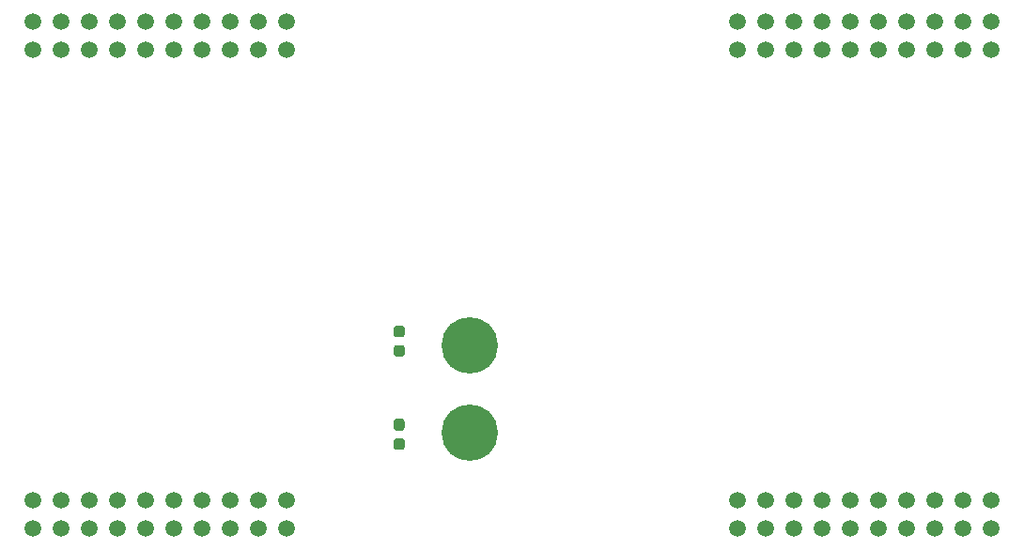
<source format=gbr>
G04 #@! TF.GenerationSoftware,KiCad,Pcbnew,(5.0.2)-1*
G04 #@! TF.CreationDate,2019-03-16T10:07:27-05:00*
G04 #@! TF.ProjectId,ClockingBoard_Hardware,436c6f63-6b69-46e6-9742-6f6172645f48,rev?*
G04 #@! TF.SameCoordinates,Original*
G04 #@! TF.FileFunction,Paste,Top*
G04 #@! TF.FilePolarity,Positive*
%FSLAX46Y46*%
G04 Gerber Fmt 4.6, Leading zero omitted, Abs format (unit mm)*
G04 Created by KiCad (PCBNEW (5.0.2)-1) date 3/16/2019 10:07:27 AM*
%MOMM*%
%LPD*%
G01*
G04 APERTURE LIST*
%ADD10C,0.100000*%
%ADD11C,0.950000*%
%ADD12C,5.080000*%
%ADD13C,1.520000*%
G04 APERTURE END LIST*
D10*
G04 #@! TO.C,C1*
G36*
X70110779Y-30436144D02*
X70133834Y-30439563D01*
X70156443Y-30445227D01*
X70178387Y-30453079D01*
X70199457Y-30463044D01*
X70219448Y-30475026D01*
X70238168Y-30488910D01*
X70255438Y-30504562D01*
X70271090Y-30521832D01*
X70284974Y-30540552D01*
X70296956Y-30560543D01*
X70306921Y-30581613D01*
X70314773Y-30603557D01*
X70320437Y-30626166D01*
X70323856Y-30649221D01*
X70325000Y-30672500D01*
X70325000Y-31247500D01*
X70323856Y-31270779D01*
X70320437Y-31293834D01*
X70314773Y-31316443D01*
X70306921Y-31338387D01*
X70296956Y-31359457D01*
X70284974Y-31379448D01*
X70271090Y-31398168D01*
X70255438Y-31415438D01*
X70238168Y-31431090D01*
X70219448Y-31444974D01*
X70199457Y-31456956D01*
X70178387Y-31466921D01*
X70156443Y-31474773D01*
X70133834Y-31480437D01*
X70110779Y-31483856D01*
X70087500Y-31485000D01*
X69612500Y-31485000D01*
X69589221Y-31483856D01*
X69566166Y-31480437D01*
X69543557Y-31474773D01*
X69521613Y-31466921D01*
X69500543Y-31456956D01*
X69480552Y-31444974D01*
X69461832Y-31431090D01*
X69444562Y-31415438D01*
X69428910Y-31398168D01*
X69415026Y-31379448D01*
X69403044Y-31359457D01*
X69393079Y-31338387D01*
X69385227Y-31316443D01*
X69379563Y-31293834D01*
X69376144Y-31270779D01*
X69375000Y-31247500D01*
X69375000Y-30672500D01*
X69376144Y-30649221D01*
X69379563Y-30626166D01*
X69385227Y-30603557D01*
X69393079Y-30581613D01*
X69403044Y-30560543D01*
X69415026Y-30540552D01*
X69428910Y-30521832D01*
X69444562Y-30504562D01*
X69461832Y-30488910D01*
X69480552Y-30475026D01*
X69500543Y-30463044D01*
X69521613Y-30453079D01*
X69543557Y-30445227D01*
X69566166Y-30439563D01*
X69589221Y-30436144D01*
X69612500Y-30435000D01*
X70087500Y-30435000D01*
X70110779Y-30436144D01*
X70110779Y-30436144D01*
G37*
D11*
X69850000Y-30960000D03*
D10*
G36*
X70110779Y-28686144D02*
X70133834Y-28689563D01*
X70156443Y-28695227D01*
X70178387Y-28703079D01*
X70199457Y-28713044D01*
X70219448Y-28725026D01*
X70238168Y-28738910D01*
X70255438Y-28754562D01*
X70271090Y-28771832D01*
X70284974Y-28790552D01*
X70296956Y-28810543D01*
X70306921Y-28831613D01*
X70314773Y-28853557D01*
X70320437Y-28876166D01*
X70323856Y-28899221D01*
X70325000Y-28922500D01*
X70325000Y-29497500D01*
X70323856Y-29520779D01*
X70320437Y-29543834D01*
X70314773Y-29566443D01*
X70306921Y-29588387D01*
X70296956Y-29609457D01*
X70284974Y-29629448D01*
X70271090Y-29648168D01*
X70255438Y-29665438D01*
X70238168Y-29681090D01*
X70219448Y-29694974D01*
X70199457Y-29706956D01*
X70178387Y-29716921D01*
X70156443Y-29724773D01*
X70133834Y-29730437D01*
X70110779Y-29733856D01*
X70087500Y-29735000D01*
X69612500Y-29735000D01*
X69589221Y-29733856D01*
X69566166Y-29730437D01*
X69543557Y-29724773D01*
X69521613Y-29716921D01*
X69500543Y-29706956D01*
X69480552Y-29694974D01*
X69461832Y-29681090D01*
X69444562Y-29665438D01*
X69428910Y-29648168D01*
X69415026Y-29629448D01*
X69403044Y-29609457D01*
X69393079Y-29588387D01*
X69385227Y-29566443D01*
X69379563Y-29543834D01*
X69376144Y-29520779D01*
X69375000Y-29497500D01*
X69375000Y-28922500D01*
X69376144Y-28899221D01*
X69379563Y-28876166D01*
X69385227Y-28853557D01*
X69393079Y-28831613D01*
X69403044Y-28810543D01*
X69415026Y-28790552D01*
X69428910Y-28771832D01*
X69444562Y-28754562D01*
X69461832Y-28738910D01*
X69480552Y-28725026D01*
X69500543Y-28713044D01*
X69521613Y-28703079D01*
X69543557Y-28695227D01*
X69566166Y-28689563D01*
X69589221Y-28686144D01*
X69612500Y-28685000D01*
X70087500Y-28685000D01*
X70110779Y-28686144D01*
X70110779Y-28686144D01*
G37*
D11*
X69850000Y-29210000D03*
G04 #@! TD*
D10*
G04 #@! TO.C,C2*
G36*
X70110779Y-38846144D02*
X70133834Y-38849563D01*
X70156443Y-38855227D01*
X70178387Y-38863079D01*
X70199457Y-38873044D01*
X70219448Y-38885026D01*
X70238168Y-38898910D01*
X70255438Y-38914562D01*
X70271090Y-38931832D01*
X70284974Y-38950552D01*
X70296956Y-38970543D01*
X70306921Y-38991613D01*
X70314773Y-39013557D01*
X70320437Y-39036166D01*
X70323856Y-39059221D01*
X70325000Y-39082500D01*
X70325000Y-39657500D01*
X70323856Y-39680779D01*
X70320437Y-39703834D01*
X70314773Y-39726443D01*
X70306921Y-39748387D01*
X70296956Y-39769457D01*
X70284974Y-39789448D01*
X70271090Y-39808168D01*
X70255438Y-39825438D01*
X70238168Y-39841090D01*
X70219448Y-39854974D01*
X70199457Y-39866956D01*
X70178387Y-39876921D01*
X70156443Y-39884773D01*
X70133834Y-39890437D01*
X70110779Y-39893856D01*
X70087500Y-39895000D01*
X69612500Y-39895000D01*
X69589221Y-39893856D01*
X69566166Y-39890437D01*
X69543557Y-39884773D01*
X69521613Y-39876921D01*
X69500543Y-39866956D01*
X69480552Y-39854974D01*
X69461832Y-39841090D01*
X69444562Y-39825438D01*
X69428910Y-39808168D01*
X69415026Y-39789448D01*
X69403044Y-39769457D01*
X69393079Y-39748387D01*
X69385227Y-39726443D01*
X69379563Y-39703834D01*
X69376144Y-39680779D01*
X69375000Y-39657500D01*
X69375000Y-39082500D01*
X69376144Y-39059221D01*
X69379563Y-39036166D01*
X69385227Y-39013557D01*
X69393079Y-38991613D01*
X69403044Y-38970543D01*
X69415026Y-38950552D01*
X69428910Y-38931832D01*
X69444562Y-38914562D01*
X69461832Y-38898910D01*
X69480552Y-38885026D01*
X69500543Y-38873044D01*
X69521613Y-38863079D01*
X69543557Y-38855227D01*
X69566166Y-38849563D01*
X69589221Y-38846144D01*
X69612500Y-38845000D01*
X70087500Y-38845000D01*
X70110779Y-38846144D01*
X70110779Y-38846144D01*
G37*
D11*
X69850000Y-39370000D03*
D10*
G36*
X70110779Y-37096144D02*
X70133834Y-37099563D01*
X70156443Y-37105227D01*
X70178387Y-37113079D01*
X70199457Y-37123044D01*
X70219448Y-37135026D01*
X70238168Y-37148910D01*
X70255438Y-37164562D01*
X70271090Y-37181832D01*
X70284974Y-37200552D01*
X70296956Y-37220543D01*
X70306921Y-37241613D01*
X70314773Y-37263557D01*
X70320437Y-37286166D01*
X70323856Y-37309221D01*
X70325000Y-37332500D01*
X70325000Y-37907500D01*
X70323856Y-37930779D01*
X70320437Y-37953834D01*
X70314773Y-37976443D01*
X70306921Y-37998387D01*
X70296956Y-38019457D01*
X70284974Y-38039448D01*
X70271090Y-38058168D01*
X70255438Y-38075438D01*
X70238168Y-38091090D01*
X70219448Y-38104974D01*
X70199457Y-38116956D01*
X70178387Y-38126921D01*
X70156443Y-38134773D01*
X70133834Y-38140437D01*
X70110779Y-38143856D01*
X70087500Y-38145000D01*
X69612500Y-38145000D01*
X69589221Y-38143856D01*
X69566166Y-38140437D01*
X69543557Y-38134773D01*
X69521613Y-38126921D01*
X69500543Y-38116956D01*
X69480552Y-38104974D01*
X69461832Y-38091090D01*
X69444562Y-38075438D01*
X69428910Y-38058168D01*
X69415026Y-38039448D01*
X69403044Y-38019457D01*
X69393079Y-37998387D01*
X69385227Y-37976443D01*
X69379563Y-37953834D01*
X69376144Y-37930779D01*
X69375000Y-37907500D01*
X69375000Y-37332500D01*
X69376144Y-37309221D01*
X69379563Y-37286166D01*
X69385227Y-37263557D01*
X69393079Y-37241613D01*
X69403044Y-37220543D01*
X69415026Y-37200552D01*
X69428910Y-37181832D01*
X69444562Y-37164562D01*
X69461832Y-37148910D01*
X69480552Y-37135026D01*
X69500543Y-37123044D01*
X69521613Y-37113079D01*
X69543557Y-37105227D01*
X69566166Y-37099563D01*
X69589221Y-37096144D01*
X69612500Y-37095000D01*
X70087500Y-37095000D01*
X70110779Y-37096144D01*
X70110779Y-37096144D01*
G37*
D11*
X69850000Y-37620000D03*
G04 #@! TD*
D12*
G04 #@! TO.C,Conn1*
X76200000Y-30480000D03*
X76200000Y-38354000D03*
G04 #@! TD*
D13*
G04 #@! TO.C,U2*
X59690000Y-1270000D03*
X36830000Y-46990000D03*
X39370000Y-46990000D03*
X46990000Y-46990000D03*
X49530000Y-3810000D03*
X44450000Y-46990000D03*
X41910000Y-46990000D03*
X44450000Y-1270000D03*
X39370000Y-3810000D03*
X49530000Y-46990000D03*
X52070000Y-46990000D03*
X39370000Y-1270000D03*
X44450000Y-3810000D03*
X46990000Y-3810000D03*
X59690000Y-3810000D03*
X57150000Y-3810000D03*
X54610000Y-3810000D03*
X52070000Y-3810000D03*
X41910000Y-3810000D03*
X36830000Y-3810000D03*
X57150000Y-1270000D03*
X54610000Y-1270000D03*
X52070000Y-1270000D03*
X49530000Y-1270000D03*
X46990000Y-1270000D03*
X41910000Y-1270000D03*
X36830000Y-1270000D03*
X59690000Y-44450000D03*
X57150000Y-44450000D03*
X54610000Y-44450000D03*
X52070000Y-44450000D03*
X49530000Y-44450000D03*
X46990000Y-44450000D03*
X44450000Y-44450000D03*
X41910000Y-44450000D03*
X39370000Y-44450000D03*
X36830000Y-44450000D03*
X59690000Y-46990000D03*
X57150000Y-46990000D03*
X54610000Y-46990000D03*
X123190000Y-3810000D03*
X120650000Y-3810000D03*
X118110000Y-3810000D03*
X115570000Y-3810000D03*
X113030000Y-3810000D03*
X110490000Y-3810000D03*
X107950000Y-3810000D03*
X105410000Y-3810000D03*
X102870000Y-3810000D03*
X100330000Y-3810000D03*
X123190000Y-1270000D03*
X120650000Y-1270000D03*
X118110000Y-1270000D03*
X115570000Y-1270000D03*
X113030000Y-1270000D03*
X110490000Y-1270000D03*
X107950000Y-1270000D03*
X105410000Y-1270000D03*
X102870000Y-1270000D03*
X100330000Y-1270000D03*
X123190000Y-44450000D03*
X120650000Y-44450000D03*
X118110000Y-44450000D03*
X115570000Y-44450000D03*
X113030000Y-44450000D03*
X110490000Y-44450000D03*
X107950000Y-44450000D03*
X105410000Y-44450000D03*
X102870000Y-44450000D03*
X100330000Y-44450000D03*
X123190000Y-46990000D03*
X120650000Y-46990000D03*
X118110000Y-46990000D03*
X115570000Y-46990000D03*
X113030000Y-46990000D03*
X110490000Y-46990000D03*
X107950000Y-46990000D03*
X105410000Y-46990000D03*
X102870000Y-46990000D03*
X100330000Y-46990000D03*
G04 #@! TD*
M02*

</source>
